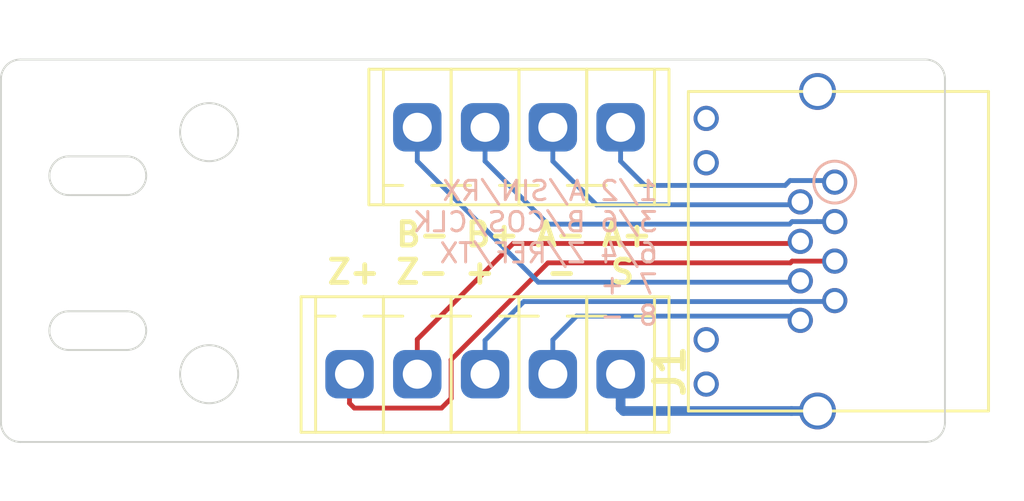
<source format=kicad_pcb>
(kicad_pcb (version 20171130) (host pcbnew "(5.1.4-0-10_14)")

  (general
    (thickness 1.6)
    (drawings 24)
    (tracks 47)
    (zones 0)
    (modules 3)
    (nets 10)
  )

  (page A4)
  (layers
    (0 F.Cu signal)
    (31 B.Cu signal)
    (32 B.Adhes user)
    (33 F.Adhes user)
    (34 B.Paste user)
    (35 F.Paste user)
    (36 B.SilkS user)
    (37 F.SilkS user)
    (38 B.Mask user)
    (39 F.Mask user)
    (40 Dwgs.User user)
    (41 Cmts.User user)
    (42 Eco1.User user)
    (43 Eco2.User user)
    (44 Edge.Cuts user)
    (45 Margin user)
    (46 B.CrtYd user)
    (47 F.CrtYd user)
    (48 B.Fab user)
    (49 F.Fab user)
  )

  (setup
    (last_trace_width 0.25)
    (trace_clearance 0.2)
    (zone_clearance 0.508)
    (zone_45_only no)
    (trace_min 0.2)
    (via_size 0.8)
    (via_drill 0.4)
    (via_min_size 0.4)
    (via_min_drill 0.3)
    (uvia_size 0.3)
    (uvia_drill 0.1)
    (uvias_allowed no)
    (uvia_min_size 0.2)
    (uvia_min_drill 0.1)
    (edge_width 0.1)
    (segment_width 0.2)
    (pcb_text_width 0.3)
    (pcb_text_size 1.5 1.5)
    (mod_edge_width 0.15)
    (mod_text_size 1 1)
    (mod_text_width 0.15)
    (pad_size 1.524 1.524)
    (pad_drill 0.762)
    (pad_to_mask_clearance 0)
    (aux_axis_origin 0 0)
    (visible_elements FFFFFF7F)
    (pcbplotparams
      (layerselection 0x010fc_ffffffff)
      (usegerberextensions false)
      (usegerberattributes false)
      (usegerberadvancedattributes false)
      (creategerberjobfile false)
      (excludeedgelayer true)
      (linewidth 0.100000)
      (plotframeref false)
      (viasonmask false)
      (mode 1)
      (useauxorigin false)
      (hpglpennumber 1)
      (hpglpenspeed 20)
      (hpglpendiameter 15.000000)
      (psnegative false)
      (psa4output false)
      (plotreference true)
      (plotvalue true)
      (plotinvisibletext false)
      (padsonsilk false)
      (subtractmaskfromsilk false)
      (outputformat 1)
      (mirror false)
      (drillshape 1)
      (scaleselection 1)
      (outputdirectory ""))
  )

  (net 0 "")
  (net 1 "Net-(J1-Pad13)")
  (net 2 "Net-(J1-Pad1)")
  (net 3 "Net-(J1-Pad2)")
  (net 4 "Net-(J1-Pad3)")
  (net 5 "Net-(J1-Pad4)")
  (net 6 "Net-(J1-Pad5)")
  (net 7 "Net-(J1-Pad6)")
  (net 8 "Net-(J1-Pad7)")
  (net 9 "Net-(J1-Pad8)")

  (net_class Default "This is the default net class."
    (clearance 0.2)
    (trace_width 0.25)
    (via_dia 0.8)
    (via_drill 0.4)
    (uvia_dia 0.3)
    (uvia_drill 0.1)
    (add_net "Net-(J1-Pad1)")
    (add_net "Net-(J1-Pad10)")
    (add_net "Net-(J1-Pad11)")
    (add_net "Net-(J1-Pad12)")
    (add_net "Net-(J1-Pad13)")
    (add_net "Net-(J1-Pad2)")
    (add_net "Net-(J1-Pad3)")
    (add_net "Net-(J1-Pad4)")
    (add_net "Net-(J1-Pad5)")
    (add_net "Net-(J1-Pad6)")
    (add_net "Net-(J1-Pad7)")
    (add_net "Net-(J1-Pad8)")
    (add_net "Net-(J1-Pad9)")
  )

  (module stmbl:RM3.5_1x5_UP (layer F.Cu) (tedit 5C8E8EF0) (tstamp 5DC4634B)
    (at 102.25 70)
    (path /5E0B2722)
    (fp_text reference J3 (at 0 2.5) (layer F.SilkS) hide
      (effects (font (size 1.5 1.5) (thickness 0.3)))
    )
    (fp_text value CONN_01X05 (at 0 -2) (layer F.SilkS) hide
      (effects (font (size 1 1) (thickness 0.15)))
    )
    (fp_line (start 13 1.5) (end 13 4) (layer Margin) (width 0.15))
    (fp_line (start 15 1.5) (end 13 1.5) (layer Margin) (width 0.15))
    (fp_line (start 15 4) (end 15 1.5) (layer Margin) (width 0.15))
    (fp_line (start 13 4) (end 15 4) (layer Margin) (width 0.15))
    (fp_line (start 15.75 -3) (end 14.75 -3) (layer F.SilkS) (width 0.15))
    (fp_line (start 12.25 -3) (end 13.25 -3) (layer F.SilkS) (width 0.15))
    (fp_line (start 15.75 3) (end 15.75 -4) (layer F.SilkS) (width 0.15))
    (fp_line (start 12.25 3) (end 12.25 -4) (layer F.SilkS) (width 0.15))
    (fp_line (start 9.5 1.5) (end 9.5 4) (layer Margin) (width 0.15))
    (fp_line (start 11.5 1.5) (end 9.5 1.5) (layer Margin) (width 0.15))
    (fp_line (start 11.5 4) (end 11.5 1.5) (layer Margin) (width 0.15))
    (fp_line (start 9.5 4) (end 11.5 4) (layer Margin) (width 0.15))
    (fp_line (start 12.25 -3) (end 11.25 -3) (layer F.SilkS) (width 0.15))
    (fp_line (start 8.75 -3) (end 9.75 -3) (layer F.SilkS) (width 0.15))
    (fp_line (start 12.25 3) (end 12.25 -4) (layer F.SilkS) (width 0.15))
    (fp_line (start 8.75 3) (end 8.75 -4) (layer F.SilkS) (width 0.15))
    (fp_line (start 6 1.5) (end 6 4) (layer Margin) (width 0.15))
    (fp_line (start 8 1.5) (end 6 1.5) (layer Margin) (width 0.15))
    (fp_line (start 8 4) (end 8 1.5) (layer Margin) (width 0.15))
    (fp_line (start 6 4) (end 8 4) (layer Margin) (width 0.15))
    (fp_line (start 8.75 -3) (end 7.75 -3) (layer F.SilkS) (width 0.15))
    (fp_line (start 5.25 -3) (end 6.25 -3) (layer F.SilkS) (width 0.15))
    (fp_line (start 8.75 3) (end 8.75 -4) (layer F.SilkS) (width 0.15))
    (fp_line (start 5.25 3) (end 5.25 -4) (layer F.SilkS) (width 0.15))
    (fp_line (start 2.5 1.5) (end 2.5 4) (layer Margin) (width 0.15))
    (fp_line (start 4.5 1.5) (end 2.5 1.5) (layer Margin) (width 0.15))
    (fp_line (start 4.5 4) (end 4.5 1.5) (layer Margin) (width 0.15))
    (fp_line (start 2.5 4) (end 4.5 4) (layer Margin) (width 0.15))
    (fp_line (start 5.25 -3) (end 4.25 -3) (layer F.SilkS) (width 0.15))
    (fp_line (start 1.75 -3) (end 2.75 -3) (layer F.SilkS) (width 0.15))
    (fp_line (start 5.25 3) (end 5.25 -4) (layer F.SilkS) (width 0.15))
    (fp_line (start 1.75 3) (end 1.75 -4) (layer F.SilkS) (width 0.15))
    (fp_line (start -1 1.5) (end -1 4) (layer Margin) (width 0.15))
    (fp_line (start 1 1.5) (end -1 1.5) (layer Margin) (width 0.15))
    (fp_line (start 1 4) (end 1 1.5) (layer Margin) (width 0.15))
    (fp_line (start -1 4) (end 1 4) (layer Margin) (width 0.15))
    (fp_line (start 1.75 -3) (end 0.75 -3) (layer F.SilkS) (width 0.15))
    (fp_line (start -1.75 -3) (end -0.75 -3) (layer F.SilkS) (width 0.15))
    (fp_line (start 1.75 3) (end 1.75 -4) (layer F.SilkS) (width 0.15))
    (fp_line (start -1.75 3) (end -1.75 -4) (layer F.SilkS) (width 0.15))
    (fp_line (start -1.75 -5) (end -1.75 6.5) (layer Margin) (width 0.15))
    (fp_line (start 15.75 -5) (end -1.75 -5) (layer Margin) (width 0.15))
    (fp_line (start 15.75 6.5) (end 15.75 -5) (layer Margin) (width 0.15))
    (fp_line (start -1.75 6.5) (end 15.75 6.5) (layer Margin) (width 0.15))
    (fp_line (start -2.5 -4) (end -2.5 3) (layer F.SilkS) (width 0.15))
    (fp_line (start 16.5 -4) (end -2.5 -4) (layer F.SilkS) (width 0.15))
    (fp_line (start 16.5 3) (end 16.5 -4) (layer F.SilkS) (width 0.15))
    (fp_line (start -2.5 3) (end 16.5 3) (layer F.SilkS) (width 0.15))
    (pad 5 smd roundrect (at 14 0) (size 2.5 2.5) (layers B.Cu B.Mask) (roundrect_rratio 0.25)
      (net 1 "Net-(J1-Pad13)"))
    (pad 5 thru_hole circle (at 14 0) (size 1.8 1.8) (drill 1.5) (layers *.Cu *.Mask)
      (net 1 "Net-(J1-Pad13)"))
    (pad 4 smd roundrect (at 10.5 0) (size 2.5 2.5) (layers B.Cu B.Mask) (roundrect_rratio 0.25)
      (net 9 "Net-(J1-Pad8)"))
    (pad 4 thru_hole circle (at 10.5 0) (size 1.8 1.8) (drill 1.5) (layers *.Cu *.Mask)
      (net 9 "Net-(J1-Pad8)"))
    (pad 3 smd roundrect (at 7 0) (size 2.5 2.5) (layers B.Cu B.Mask) (roundrect_rratio 0.25)
      (net 8 "Net-(J1-Pad7)"))
    (pad 3 thru_hole circle (at 7 0) (size 1.8 1.8) (drill 1.5) (layers *.Cu *.Mask)
      (net 8 "Net-(J1-Pad7)"))
    (pad 2 smd roundrect (at 3.5 0) (size 2.5 2.5) (layers B.Cu B.Mask) (roundrect_rratio 0.25)
      (net 5 "Net-(J1-Pad4)"))
    (pad 2 thru_hole circle (at 3.5 0) (size 1.8 1.8) (drill 1.5) (layers *.Cu *.Mask)
      (net 5 "Net-(J1-Pad4)"))
    (pad 1 smd roundrect (at 0 0) (size 2.5 2.5) (layers B.Cu B.Mask) (roundrect_rratio 0.25)
      (net 6 "Net-(J1-Pad5)"))
    (pad 1 thru_hole circle (at 0 0) (size 1.8 1.8) (drill 1.5) (layers *.Cu *.Mask)
      (net 6 "Net-(J1-Pad5)"))
  )

  (module stmbl:RM3.5_1x4_UP (layer F.Cu) (tedit 5C8E8EF0) (tstamp 5DC4630D)
    (at 116.25 57.25 180)
    (path /5E0B23AD)
    (fp_text reference J2 (at 0 2.5) (layer F.SilkS) hide
      (effects (font (size 1.5 1.5) (thickness 0.3)))
    )
    (fp_text value CONN_01X04 (at 0 -2) (layer F.SilkS) hide
      (effects (font (size 1 1) (thickness 0.15)))
    )
    (fp_line (start 9.5 1.5) (end 9.5 4) (layer Margin) (width 0.15))
    (fp_line (start 11.5 1.5) (end 9.5 1.5) (layer Margin) (width 0.15))
    (fp_line (start 11.5 4) (end 11.5 1.5) (layer Margin) (width 0.15))
    (fp_line (start 9.5 4) (end 11.5 4) (layer Margin) (width 0.15))
    (fp_line (start 12.25 -3) (end 11.25 -3) (layer F.SilkS) (width 0.15))
    (fp_line (start 8.75 -3) (end 9.75 -3) (layer F.SilkS) (width 0.15))
    (fp_line (start 12.25 3) (end 12.25 -4) (layer F.SilkS) (width 0.15))
    (fp_line (start 8.75 3) (end 8.75 -4) (layer F.SilkS) (width 0.15))
    (fp_line (start 6 1.5) (end 6 4) (layer Margin) (width 0.15))
    (fp_line (start 8 1.5) (end 6 1.5) (layer Margin) (width 0.15))
    (fp_line (start 8 4) (end 8 1.5) (layer Margin) (width 0.15))
    (fp_line (start 6 4) (end 8 4) (layer Margin) (width 0.15))
    (fp_line (start 8.75 -3) (end 7.75 -3) (layer F.SilkS) (width 0.15))
    (fp_line (start 5.25 -3) (end 6.25 -3) (layer F.SilkS) (width 0.15))
    (fp_line (start 8.75 3) (end 8.75 -4) (layer F.SilkS) (width 0.15))
    (fp_line (start 5.25 3) (end 5.25 -4) (layer F.SilkS) (width 0.15))
    (fp_line (start 2.5 1.5) (end 2.5 4) (layer Margin) (width 0.15))
    (fp_line (start 4.5 1.5) (end 2.5 1.5) (layer Margin) (width 0.15))
    (fp_line (start 4.5 4) (end 4.5 1.5) (layer Margin) (width 0.15))
    (fp_line (start 2.5 4) (end 4.5 4) (layer Margin) (width 0.15))
    (fp_line (start 5.25 -3) (end 4.25 -3) (layer F.SilkS) (width 0.15))
    (fp_line (start 1.75 -3) (end 2.75 -3) (layer F.SilkS) (width 0.15))
    (fp_line (start 5.25 3) (end 5.25 -4) (layer F.SilkS) (width 0.15))
    (fp_line (start 1.75 3) (end 1.75 -4) (layer F.SilkS) (width 0.15))
    (fp_line (start -1 1.5) (end -1 4) (layer Margin) (width 0.15))
    (fp_line (start 1 1.5) (end -1 1.5) (layer Margin) (width 0.15))
    (fp_line (start 1 4) (end 1 1.5) (layer Margin) (width 0.15))
    (fp_line (start -1 4) (end 1 4) (layer Margin) (width 0.15))
    (fp_line (start 1.75 -3) (end 0.75 -3) (layer F.SilkS) (width 0.15))
    (fp_line (start -1.75 -3) (end -0.75 -3) (layer F.SilkS) (width 0.15))
    (fp_line (start 1.75 3) (end 1.75 -4) (layer F.SilkS) (width 0.15))
    (fp_line (start -1.75 3) (end -1.75 -4) (layer F.SilkS) (width 0.15))
    (fp_line (start -1.75 -5) (end -1.75 6.5) (layer Margin) (width 0.15))
    (fp_line (start 12.25 -5) (end -1.75 -5) (layer Margin) (width 0.15))
    (fp_line (start 12.25 6.5) (end 12.25 -5) (layer Margin) (width 0.15))
    (fp_line (start -1.75 6.5) (end 12.25 6.5) (layer Margin) (width 0.15))
    (fp_line (start -2.5 -4) (end -2.5 3) (layer F.SilkS) (width 0.15))
    (fp_line (start 13 -4) (end -2.5 -4) (layer F.SilkS) (width 0.15))
    (fp_line (start 13 3) (end 13 -4) (layer F.SilkS) (width 0.15))
    (fp_line (start -2.5 3) (end 13 3) (layer F.SilkS) (width 0.15))
    (pad 4 smd roundrect (at 10.5 0 180) (size 2.5 2.5) (layers B.Cu B.Mask) (roundrect_rratio 0.25)
      (net 7 "Net-(J1-Pad6)"))
    (pad 4 thru_hole circle (at 10.5 0 180) (size 1.8 1.8) (drill 1.5) (layers *.Cu *.Mask)
      (net 7 "Net-(J1-Pad6)"))
    (pad 3 smd roundrect (at 7 0 180) (size 2.5 2.5) (layers B.Cu B.Mask) (roundrect_rratio 0.25)
      (net 4 "Net-(J1-Pad3)"))
    (pad 3 thru_hole circle (at 7 0 180) (size 1.8 1.8) (drill 1.5) (layers *.Cu *.Mask)
      (net 4 "Net-(J1-Pad3)"))
    (pad 2 smd roundrect (at 3.5 0 180) (size 2.5 2.5) (layers B.Cu B.Mask) (roundrect_rratio 0.25)
      (net 3 "Net-(J1-Pad2)"))
    (pad 2 thru_hole circle (at 3.5 0 180) (size 1.8 1.8) (drill 1.5) (layers *.Cu *.Mask)
      (net 3 "Net-(J1-Pad2)"))
    (pad 1 smd roundrect (at 0 0 180) (size 2.5 2.5) (layers B.Cu B.Mask) (roundrect_rratio 0.25)
      (net 2 "Net-(J1-Pad1)"))
    (pad 1 thru_hole circle (at 0 0 180) (size 1.8 1.8) (drill 1.5) (layers *.Cu *.Mask)
      (net 2 "Net-(J1-Pad1)"))
  )

  (module stmbl:RJ45_LED (layer F.Cu) (tedit 58E701F3) (tstamp 5DC462D9)
    (at 135.25 63.65 270)
    (path /5E0AFE67)
    (fp_text reference J1 (at 6.194 16.462 90) (layer F.SilkS)
      (effects (font (size 1.5 1.5) (thickness 0.3)))
    )
    (fp_text value RJ45_LED (at -5 -1 90) (layer F.Fab)
      (effects (font (size 1 1) (thickness 0.15)))
    )
    (fp_line (start 8.25 0) (end -8.25 0) (layer F.SilkS) (width 0.15))
    (fp_line (start -8.25 0) (end -8.25 15.5) (layer F.SilkS) (width 0.15))
    (fp_line (start -8.25 15.5) (end 8.25 15.5) (layer F.SilkS) (width 0.15))
    (fp_line (start 8.25 15.5) (end 8.25 0) (layer F.SilkS) (width 0.15))
    (fp_circle (center -3.57 7.94) (end -3.556 6.858) (layer B.SilkS) (width 0.15))
    (pad "" np_thru_hole circle (at 6.35 5.4 270) (size 3.1 3.1) (drill 3.1) (layers *.Cu *.Mask)
      (clearance 0.5))
    (pad "" np_thru_hole circle (at -6.35 5.4 270) (size 3.1 3.1) (drill 3.1) (layers *.Cu *.Mask)
      (clearance 0.5))
    (pad 13 thru_hole circle (at 8.25 8.83 270) (size 1.9 1.9) (drill 1.5) (layers *.Cu *.Mask)
      (net 1 "Net-(J1-Pad13)"))
    (pad 13 thru_hole circle (at -8.25 8.83 270) (size 1.9 1.9) (drill 1.5) (layers *.Cu *.Mask)
      (net 1 "Net-(J1-Pad13)"))
    (pad 1 thru_hole circle (at -3.57 7.94 270) (size 1.3 1.3) (drill 0.9) (layers *.Cu *.Mask)
      (net 2 "Net-(J1-Pad1)"))
    (pad 2 thru_hole circle (at -2.55 9.72 270) (size 1.3 1.3) (drill 0.9) (layers *.Cu *.Mask)
      (net 3 "Net-(J1-Pad2)"))
    (pad 3 thru_hole circle (at -1.53 7.94 270) (size 1.3 1.3) (drill 0.9) (layers *.Cu *.Mask)
      (net 4 "Net-(J1-Pad3)"))
    (pad 4 thru_hole circle (at -0.51 9.72 270) (size 1.3 1.3) (drill 0.9) (layers *.Cu *.Mask)
      (net 5 "Net-(J1-Pad4)"))
    (pad 5 thru_hole circle (at 0.51 7.94 270) (size 1.3 1.3) (drill 0.9) (layers *.Cu *.Mask)
      (net 6 "Net-(J1-Pad5)"))
    (pad 6 thru_hole circle (at 1.53 9.72 270) (size 1.3 1.3) (drill 0.9) (layers *.Cu *.Mask)
      (net 7 "Net-(J1-Pad6)"))
    (pad 7 thru_hole circle (at 2.55 7.94 270) (size 1.3 1.3) (drill 0.9) (layers *.Cu *.Mask)
      (net 8 "Net-(J1-Pad7)"))
    (pad 8 thru_hole circle (at 3.57 9.72 270) (size 1.3 1.3) (drill 0.9) (layers *.Cu *.Mask)
      (net 9 "Net-(J1-Pad8)"))
    (pad 10 thru_hole circle (at 6.86 14.58 270) (size 1.3 1.3) (drill 0.9) (layers *.Cu *.Mask))
    (pad 9 thru_hole circle (at 4.57 14.58 270) (size 1.3 1.3) (drill 0.9) (layers *.Cu *.Mask))
    (pad 12 thru_hole circle (at -4.57 14.58 270) (size 1.3 1.3) (drill 0.9) (layers *.Cu *.Mask))
    (pad 11 thru_hole circle (at -6.86 14.58 270) (size 1.3 1.3) (drill 0.9) (layers *.Cu *.Mask))
    (model ${KIPRJMOD}/../lib/stmbl.pretty/RIA_AJT10L8813-011.wrl
      (at (xyz 0 0 0))
      (scale (xyz 393.7 393.7 393.7))
      (rotate (xyz -90 0 180))
    )
  )

  (gr_circle (center 95 57.5) (end 96.5 57.5) (layer Edge.Cuts) (width 0.1) (tstamp 5DC46A52))
  (gr_circle (center 95 70) (end 96.5 70) (layer Edge.Cuts) (width 0.1))
  (gr_arc (start 90.75 67.75) (end 90.75 68.75) (angle -90) (layer Edge.Cuts) (width 0.1) (tstamp 5DC46A44))
  (gr_arc (start 87.75 67.75) (end 87.75 66.75) (angle -90) (layer Edge.Cuts) (width 0.1) (tstamp 5DC46A43))
  (gr_line (start 87.75 66.75) (end 90.75 66.75) (layer Edge.Cuts) (width 0.1) (tstamp 5DC46A42))
  (gr_arc (start 87.75 67.75) (end 86.75 67.75) (angle -90) (layer Edge.Cuts) (width 0.1) (tstamp 5DC46A41))
  (gr_arc (start 90.75 67.75) (end 91.75 67.75) (angle -90) (layer Edge.Cuts) (width 0.1) (tstamp 5DC46A40))
  (gr_line (start 87.75 68.75) (end 90.75 68.75) (layer Edge.Cuts) (width 0.1) (tstamp 5DC46A3F))
  (gr_arc (start 87.75 59.75) (end 86.75 59.75) (angle -90) (layer Edge.Cuts) (width 0.1) (tstamp 5DC46A38))
  (gr_arc (start 87.75 59.75) (end 87.75 58.75) (angle -90) (layer Edge.Cuts) (width 0.1) (tstamp 5DC46A37))
  (gr_arc (start 90.75 59.75) (end 91.75 59.75) (angle -90) (layer Edge.Cuts) (width 0.1) (tstamp 5DC46A36))
  (gr_arc (start 90.75 59.75) (end 90.75 60.75) (angle -90) (layer Edge.Cuts) (width 0.1) (tstamp 5DC46A35))
  (gr_line (start 87.75 58.75) (end 90.75 58.75) (layer Edge.Cuts) (width 0.1) (tstamp 5DC46A34))
  (gr_line (start 87.75 60.75) (end 90.75 60.75) (layer Edge.Cuts) (width 0.1) (tstamp 5DC46A33))
  (gr_arc (start 132 54.75) (end 133 54.75) (angle -90) (layer Edge.Cuts) (width 0.1) (tstamp 5DC469EB))
  (gr_arc (start 132 72.5) (end 132 73.5) (angle -90) (layer Edge.Cuts) (width 0.1) (tstamp 5DC469E7))
  (gr_arc (start 85.25 72.5) (end 84.25 72.5) (angle -90) (layer Edge.Cuts) (width 0.1) (tstamp 5DC469E4))
  (gr_arc (start 85.25 54.75) (end 85.25 53.75) (angle -90) (layer Edge.Cuts) (width 0.1))
  (gr_line (start 84.25 54.75) (end 84.25 72.5) (layer Edge.Cuts) (width 0.1) (tstamp 5DC46815))
  (gr_line (start 132 53.75) (end 85.25 53.75) (layer Edge.Cuts) (width 0.1))
  (gr_line (start 133 72.5) (end 133 54.75) (layer Edge.Cuts) (width 0.1))
  (gr_line (start 85.25 73.5) (end 132 73.5) (layer Edge.Cuts) (width 0.1))
  (gr_text "1/2 A/SIN/RX\n3/6 B/COS/CLK\n6/4 Z/REF/TX\n7 +\n8 -" (at 118.25 63.75) (layer B.SilkS)
    (effects (font (size 1 1) (thickness 0.15)) (justify left mirror))
  )
  (gr_text "B- B+ A- A+\nZ+ Z- +   -  S " (at 118 63.75) (layer F.SilkS)
    (effects (font (size 1.2 1.2) (thickness 0.25)) (justify right))
  )

  (segment (start 125.076498 71.9) (end 126.42 71.9) (width 0.5) (layer B.Cu) (net 1))
  (segment (start 116.25 70) (end 116.25 71.75) (width 0.5) (layer B.Cu) (net 1))
  (segment (start 116.25 71.75) (end 116.4 71.9) (width 0.5) (layer B.Cu) (net 1))
  (segment (start 116.4 71.9) (end 125.076498 71.9) (width 0.5) (layer B.Cu) (net 1))
  (segment (start 127.23 60) (end 127.31 60.08) (width 0.25) (layer B.Cu) (net 2))
  (segment (start 124.75 60.25) (end 125 60) (width 0.25) (layer B.Cu) (net 2))
  (segment (start 125 60) (end 127.23 60) (width 0.25) (layer B.Cu) (net 2))
  (segment (start 117.5 60.25) (end 124.75 60.25) (width 0.25) (layer B.Cu) (net 2))
  (segment (start 116.25 59) (end 117.5 60.25) (width 0.25) (layer B.Cu) (net 2))
  (segment (start 116.25 57.25) (end 116.25 59) (width 0.25) (layer B.Cu) (net 2))
  (segment (start 125.38 61.25) (end 125.53 61.1) (width 0.25) (layer B.Cu) (net 3))
  (segment (start 115 61.25) (end 125.38 61.25) (width 0.25) (layer B.Cu) (net 3))
  (segment (start 112.75 59) (end 115 61.25) (width 0.25) (layer B.Cu) (net 3))
  (segment (start 112.75 57.25) (end 112.75 59) (width 0.25) (layer B.Cu) (net 3))
  (segment (start 126.390762 62.12) (end 127.31 62.12) (width 0.25) (layer B.Cu) (net 4))
  (segment (start 109.25 59) (end 112.5 62.25) (width 0.25) (layer B.Cu) (net 4))
  (segment (start 124.976998 62.25) (end 125.106998 62.12) (width 0.25) (layer B.Cu) (net 4))
  (segment (start 112.5 62.25) (end 124.976998 62.25) (width 0.25) (layer B.Cu) (net 4))
  (segment (start 125.106998 62.12) (end 126.390762 62.12) (width 0.25) (layer B.Cu) (net 4))
  (segment (start 109.25 57.25) (end 109.25 59) (width 0.25) (layer B.Cu) (net 4))
  (segment (start 125.42 63.25) (end 125.53 63.14) (width 0.25) (layer F.Cu) (net 5))
  (segment (start 110.7 63.25) (end 125.42 63.25) (width 0.25) (layer F.Cu) (net 5))
  (segment (start 105.75 68.2) (end 110.7 63.25) (width 0.25) (layer F.Cu) (net 5))
  (segment (start 105.75 70) (end 105.75 68.2) (width 0.25) (layer F.Cu) (net 5))
  (segment (start 125.106998 64.16) (end 127.31 64.16) (width 0.25) (layer F.Cu) (net 6))
  (segment (start 125.016998 64.25) (end 125.106998 64.16) (width 0.25) (layer F.Cu) (net 6))
  (segment (start 112.5 64.25) (end 125.016998 64.25) (width 0.25) (layer F.Cu) (net 6))
  (segment (start 107.5 69.25) (end 112.5 64.25) (width 0.25) (layer F.Cu) (net 6))
  (segment (start 107.5 71.25) (end 107.5 69.25) (width 0.25) (layer F.Cu) (net 6))
  (segment (start 107 71.75) (end 107.5 71.25) (width 0.25) (layer F.Cu) (net 6))
  (segment (start 102.25 71.5) (end 102.5 71.75) (width 0.25) (layer F.Cu) (net 6))
  (segment (start 102.5 71.75) (end 107 71.75) (width 0.25) (layer F.Cu) (net 6))
  (segment (start 102.25 70) (end 102.25 71.5) (width 0.25) (layer F.Cu) (net 6))
  (segment (start 125.46 65.25) (end 125.53 65.18) (width 0.25) (layer B.Cu) (net 7))
  (segment (start 105.75 59) (end 112 65.25) (width 0.25) (layer B.Cu) (net 7))
  (segment (start 112 65.25) (end 125.46 65.25) (width 0.25) (layer B.Cu) (net 7))
  (segment (start 105.75 57.25) (end 105.75 59) (width 0.25) (layer B.Cu) (net 7))
  (segment (start 127.265001 66.244999) (end 127.31 66.2) (width 0.25) (layer B.Cu) (net 8))
  (segment (start 125.056998 66.25) (end 125.061999 66.244999) (width 0.25) (layer B.Cu) (net 8))
  (segment (start 111.25 66.25) (end 125.056998 66.25) (width 0.25) (layer B.Cu) (net 8))
  (segment (start 109.25 68.25) (end 111.25 66.25) (width 0.25) (layer B.Cu) (net 8))
  (segment (start 125.061999 66.244999) (end 127.265001 66.244999) (width 0.25) (layer B.Cu) (net 8))
  (segment (start 109.25 70) (end 109.25 68.25) (width 0.25) (layer B.Cu) (net 8))
  (segment (start 125.31 67) (end 125.53 67.22) (width 0.25) (layer B.Cu) (net 9))
  (segment (start 113.975 67) (end 125.31 67) (width 0.25) (layer B.Cu) (net 9))
  (segment (start 112.75 68.225) (end 113.975 67) (width 0.25) (layer B.Cu) (net 9))
  (segment (start 112.75 70) (end 112.75 68.225) (width 0.25) (layer B.Cu) (net 9))

)

</source>
